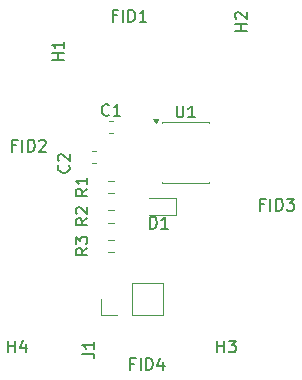
<source format=gbr>
%TF.GenerationSoftware,KiCad,Pcbnew,9.0.6*%
%TF.CreationDate,2025-11-07T23:12:57+00:00*%
%TF.ProjectId,DrawSchematic,44726177-5363-4686-956d-617469632e6b,rev?*%
%TF.SameCoordinates,Original*%
%TF.FileFunction,Legend,Top*%
%TF.FilePolarity,Positive*%
%FSLAX46Y46*%
G04 Gerber Fmt 4.6, Leading zero omitted, Abs format (unit mm)*
G04 Created by KiCad (PCBNEW 9.0.6) date 2025-11-07 23:12:57*
%MOMM*%
%LPD*%
G01*
G04 APERTURE LIST*
%ADD10C,0.150000*%
%ADD11C,0.120000*%
G04 APERTURE END LIST*
D10*
X153954819Y-81761904D02*
X152954819Y-81761904D01*
X153431009Y-81761904D02*
X153431009Y-81190476D01*
X153954819Y-81190476D02*
X152954819Y-81190476D01*
X153050057Y-80761904D02*
X153002438Y-80714285D01*
X153002438Y-80714285D02*
X152954819Y-80619047D01*
X152954819Y-80619047D02*
X152954819Y-80380952D01*
X152954819Y-80380952D02*
X153002438Y-80285714D01*
X153002438Y-80285714D02*
X153050057Y-80238095D01*
X153050057Y-80238095D02*
X153145295Y-80190476D01*
X153145295Y-80190476D02*
X153240533Y-80190476D01*
X153240533Y-80190476D02*
X153383390Y-80238095D01*
X153383390Y-80238095D02*
X153954819Y-80809523D01*
X153954819Y-80809523D02*
X153954819Y-80190476D01*
X151460595Y-109004819D02*
X151460595Y-108004819D01*
X151460595Y-108481009D02*
X152032023Y-108481009D01*
X152032023Y-109004819D02*
X152032023Y-108004819D01*
X152412976Y-108004819D02*
X153032023Y-108004819D01*
X153032023Y-108004819D02*
X152698690Y-108385771D01*
X152698690Y-108385771D02*
X152841547Y-108385771D01*
X152841547Y-108385771D02*
X152936785Y-108433390D01*
X152936785Y-108433390D02*
X152984404Y-108481009D01*
X152984404Y-108481009D02*
X153032023Y-108576247D01*
X153032023Y-108576247D02*
X153032023Y-108814342D01*
X153032023Y-108814342D02*
X152984404Y-108909580D01*
X152984404Y-108909580D02*
X152936785Y-108957200D01*
X152936785Y-108957200D02*
X152841547Y-109004819D01*
X152841547Y-109004819D02*
X152555833Y-109004819D01*
X152555833Y-109004819D02*
X152460595Y-108957200D01*
X152460595Y-108957200D02*
X152412976Y-108909580D01*
X133738095Y-109004819D02*
X133738095Y-108004819D01*
X133738095Y-108481009D02*
X134309523Y-108481009D01*
X134309523Y-109004819D02*
X134309523Y-108004819D01*
X135214285Y-108338152D02*
X135214285Y-109004819D01*
X134976190Y-107957200D02*
X134738095Y-108671485D01*
X134738095Y-108671485D02*
X135357142Y-108671485D01*
X155428571Y-96481009D02*
X155095238Y-96481009D01*
X155095238Y-97004819D02*
X155095238Y-96004819D01*
X155095238Y-96004819D02*
X155571428Y-96004819D01*
X155952381Y-97004819D02*
X155952381Y-96004819D01*
X156428571Y-97004819D02*
X156428571Y-96004819D01*
X156428571Y-96004819D02*
X156666666Y-96004819D01*
X156666666Y-96004819D02*
X156809523Y-96052438D01*
X156809523Y-96052438D02*
X156904761Y-96147676D01*
X156904761Y-96147676D02*
X156952380Y-96242914D01*
X156952380Y-96242914D02*
X156999999Y-96433390D01*
X156999999Y-96433390D02*
X156999999Y-96576247D01*
X156999999Y-96576247D02*
X156952380Y-96766723D01*
X156952380Y-96766723D02*
X156904761Y-96861961D01*
X156904761Y-96861961D02*
X156809523Y-96957200D01*
X156809523Y-96957200D02*
X156666666Y-97004819D01*
X156666666Y-97004819D02*
X156428571Y-97004819D01*
X157333333Y-96004819D02*
X157952380Y-96004819D01*
X157952380Y-96004819D02*
X157619047Y-96385771D01*
X157619047Y-96385771D02*
X157761904Y-96385771D01*
X157761904Y-96385771D02*
X157857142Y-96433390D01*
X157857142Y-96433390D02*
X157904761Y-96481009D01*
X157904761Y-96481009D02*
X157952380Y-96576247D01*
X157952380Y-96576247D02*
X157952380Y-96814342D01*
X157952380Y-96814342D02*
X157904761Y-96909580D01*
X157904761Y-96909580D02*
X157857142Y-96957200D01*
X157857142Y-96957200D02*
X157761904Y-97004819D01*
X157761904Y-97004819D02*
X157476190Y-97004819D01*
X157476190Y-97004819D02*
X157380952Y-96957200D01*
X157380952Y-96957200D02*
X157333333Y-96909580D01*
X140034819Y-109110833D02*
X140749104Y-109110833D01*
X140749104Y-109110833D02*
X140891961Y-109158452D01*
X140891961Y-109158452D02*
X140987200Y-109253690D01*
X140987200Y-109253690D02*
X141034819Y-109396547D01*
X141034819Y-109396547D02*
X141034819Y-109491785D01*
X141034819Y-108110833D02*
X141034819Y-108682261D01*
X141034819Y-108396547D02*
X140034819Y-108396547D01*
X140034819Y-108396547D02*
X140177676Y-108491785D01*
X140177676Y-108491785D02*
X140272914Y-108587023D01*
X140272914Y-108587023D02*
X140320533Y-108682261D01*
X138859580Y-93166666D02*
X138907200Y-93214285D01*
X138907200Y-93214285D02*
X138954819Y-93357142D01*
X138954819Y-93357142D02*
X138954819Y-93452380D01*
X138954819Y-93452380D02*
X138907200Y-93595237D01*
X138907200Y-93595237D02*
X138811961Y-93690475D01*
X138811961Y-93690475D02*
X138716723Y-93738094D01*
X138716723Y-93738094D02*
X138526247Y-93785713D01*
X138526247Y-93785713D02*
X138383390Y-93785713D01*
X138383390Y-93785713D02*
X138192914Y-93738094D01*
X138192914Y-93738094D02*
X138097676Y-93690475D01*
X138097676Y-93690475D02*
X138002438Y-93595237D01*
X138002438Y-93595237D02*
X137954819Y-93452380D01*
X137954819Y-93452380D02*
X137954819Y-93357142D01*
X137954819Y-93357142D02*
X138002438Y-93214285D01*
X138002438Y-93214285D02*
X138050057Y-93166666D01*
X138050057Y-92785713D02*
X138002438Y-92738094D01*
X138002438Y-92738094D02*
X137954819Y-92642856D01*
X137954819Y-92642856D02*
X137954819Y-92404761D01*
X137954819Y-92404761D02*
X138002438Y-92309523D01*
X138002438Y-92309523D02*
X138050057Y-92261904D01*
X138050057Y-92261904D02*
X138145295Y-92214285D01*
X138145295Y-92214285D02*
X138240533Y-92214285D01*
X138240533Y-92214285D02*
X138383390Y-92261904D01*
X138383390Y-92261904D02*
X138954819Y-92833332D01*
X138954819Y-92833332D02*
X138954819Y-92214285D01*
X144428571Y-109981009D02*
X144095238Y-109981009D01*
X144095238Y-110504819D02*
X144095238Y-109504819D01*
X144095238Y-109504819D02*
X144571428Y-109504819D01*
X144952381Y-110504819D02*
X144952381Y-109504819D01*
X145428571Y-110504819D02*
X145428571Y-109504819D01*
X145428571Y-109504819D02*
X145666666Y-109504819D01*
X145666666Y-109504819D02*
X145809523Y-109552438D01*
X145809523Y-109552438D02*
X145904761Y-109647676D01*
X145904761Y-109647676D02*
X145952380Y-109742914D01*
X145952380Y-109742914D02*
X145999999Y-109933390D01*
X145999999Y-109933390D02*
X145999999Y-110076247D01*
X145999999Y-110076247D02*
X145952380Y-110266723D01*
X145952380Y-110266723D02*
X145904761Y-110361961D01*
X145904761Y-110361961D02*
X145809523Y-110457200D01*
X145809523Y-110457200D02*
X145666666Y-110504819D01*
X145666666Y-110504819D02*
X145428571Y-110504819D01*
X146857142Y-109838152D02*
X146857142Y-110504819D01*
X146619047Y-109457200D02*
X146380952Y-110171485D01*
X146380952Y-110171485D02*
X146999999Y-110171485D01*
X142283333Y-88889580D02*
X142235714Y-88937200D01*
X142235714Y-88937200D02*
X142092857Y-88984819D01*
X142092857Y-88984819D02*
X141997619Y-88984819D01*
X141997619Y-88984819D02*
X141854762Y-88937200D01*
X141854762Y-88937200D02*
X141759524Y-88841961D01*
X141759524Y-88841961D02*
X141711905Y-88746723D01*
X141711905Y-88746723D02*
X141664286Y-88556247D01*
X141664286Y-88556247D02*
X141664286Y-88413390D01*
X141664286Y-88413390D02*
X141711905Y-88222914D01*
X141711905Y-88222914D02*
X141759524Y-88127676D01*
X141759524Y-88127676D02*
X141854762Y-88032438D01*
X141854762Y-88032438D02*
X141997619Y-87984819D01*
X141997619Y-87984819D02*
X142092857Y-87984819D01*
X142092857Y-87984819D02*
X142235714Y-88032438D01*
X142235714Y-88032438D02*
X142283333Y-88080057D01*
X143235714Y-88984819D02*
X142664286Y-88984819D01*
X142950000Y-88984819D02*
X142950000Y-87984819D01*
X142950000Y-87984819D02*
X142854762Y-88127676D01*
X142854762Y-88127676D02*
X142759524Y-88222914D01*
X142759524Y-88222914D02*
X142664286Y-88270533D01*
X142928571Y-80481009D02*
X142595238Y-80481009D01*
X142595238Y-81004819D02*
X142595238Y-80004819D01*
X142595238Y-80004819D02*
X143071428Y-80004819D01*
X143452381Y-81004819D02*
X143452381Y-80004819D01*
X143928571Y-81004819D02*
X143928571Y-80004819D01*
X143928571Y-80004819D02*
X144166666Y-80004819D01*
X144166666Y-80004819D02*
X144309523Y-80052438D01*
X144309523Y-80052438D02*
X144404761Y-80147676D01*
X144404761Y-80147676D02*
X144452380Y-80242914D01*
X144452380Y-80242914D02*
X144499999Y-80433390D01*
X144499999Y-80433390D02*
X144499999Y-80576247D01*
X144499999Y-80576247D02*
X144452380Y-80766723D01*
X144452380Y-80766723D02*
X144404761Y-80861961D01*
X144404761Y-80861961D02*
X144309523Y-80957200D01*
X144309523Y-80957200D02*
X144166666Y-81004819D01*
X144166666Y-81004819D02*
X143928571Y-81004819D01*
X145452380Y-81004819D02*
X144880952Y-81004819D01*
X145166666Y-81004819D02*
X145166666Y-80004819D01*
X145166666Y-80004819D02*
X145071428Y-80147676D01*
X145071428Y-80147676D02*
X144976190Y-80242914D01*
X144976190Y-80242914D02*
X144880952Y-80290533D01*
X145761905Y-98524819D02*
X145761905Y-97524819D01*
X145761905Y-97524819D02*
X146000000Y-97524819D01*
X146000000Y-97524819D02*
X146142857Y-97572438D01*
X146142857Y-97572438D02*
X146238095Y-97667676D01*
X146238095Y-97667676D02*
X146285714Y-97762914D01*
X146285714Y-97762914D02*
X146333333Y-97953390D01*
X146333333Y-97953390D02*
X146333333Y-98096247D01*
X146333333Y-98096247D02*
X146285714Y-98286723D01*
X146285714Y-98286723D02*
X146238095Y-98381961D01*
X146238095Y-98381961D02*
X146142857Y-98477200D01*
X146142857Y-98477200D02*
X146000000Y-98524819D01*
X146000000Y-98524819D02*
X145761905Y-98524819D01*
X147285714Y-98524819D02*
X146714286Y-98524819D01*
X147000000Y-98524819D02*
X147000000Y-97524819D01*
X147000000Y-97524819D02*
X146904762Y-97667676D01*
X146904762Y-97667676D02*
X146809524Y-97762914D01*
X146809524Y-97762914D02*
X146714286Y-97810533D01*
X147998095Y-88119819D02*
X147998095Y-88929342D01*
X147998095Y-88929342D02*
X148045714Y-89024580D01*
X148045714Y-89024580D02*
X148093333Y-89072200D01*
X148093333Y-89072200D02*
X148188571Y-89119819D01*
X148188571Y-89119819D02*
X148379047Y-89119819D01*
X148379047Y-89119819D02*
X148474285Y-89072200D01*
X148474285Y-89072200D02*
X148521904Y-89024580D01*
X148521904Y-89024580D02*
X148569523Y-88929342D01*
X148569523Y-88929342D02*
X148569523Y-88119819D01*
X149569523Y-89119819D02*
X148998095Y-89119819D01*
X149283809Y-89119819D02*
X149283809Y-88119819D01*
X149283809Y-88119819D02*
X149188571Y-88262676D01*
X149188571Y-88262676D02*
X149093333Y-88357914D01*
X149093333Y-88357914D02*
X148998095Y-88405533D01*
X140454819Y-95166666D02*
X139978628Y-95499999D01*
X140454819Y-95738094D02*
X139454819Y-95738094D01*
X139454819Y-95738094D02*
X139454819Y-95357142D01*
X139454819Y-95357142D02*
X139502438Y-95261904D01*
X139502438Y-95261904D02*
X139550057Y-95214285D01*
X139550057Y-95214285D02*
X139645295Y-95166666D01*
X139645295Y-95166666D02*
X139788152Y-95166666D01*
X139788152Y-95166666D02*
X139883390Y-95214285D01*
X139883390Y-95214285D02*
X139931009Y-95261904D01*
X139931009Y-95261904D02*
X139978628Y-95357142D01*
X139978628Y-95357142D02*
X139978628Y-95738094D01*
X140454819Y-94214285D02*
X140454819Y-94785713D01*
X140454819Y-94499999D02*
X139454819Y-94499999D01*
X139454819Y-94499999D02*
X139597676Y-94595237D01*
X139597676Y-94595237D02*
X139692914Y-94690475D01*
X139692914Y-94690475D02*
X139740533Y-94785713D01*
X134428571Y-91481009D02*
X134095238Y-91481009D01*
X134095238Y-92004819D02*
X134095238Y-91004819D01*
X134095238Y-91004819D02*
X134571428Y-91004819D01*
X134952381Y-92004819D02*
X134952381Y-91004819D01*
X135428571Y-92004819D02*
X135428571Y-91004819D01*
X135428571Y-91004819D02*
X135666666Y-91004819D01*
X135666666Y-91004819D02*
X135809523Y-91052438D01*
X135809523Y-91052438D02*
X135904761Y-91147676D01*
X135904761Y-91147676D02*
X135952380Y-91242914D01*
X135952380Y-91242914D02*
X135999999Y-91433390D01*
X135999999Y-91433390D02*
X135999999Y-91576247D01*
X135999999Y-91576247D02*
X135952380Y-91766723D01*
X135952380Y-91766723D02*
X135904761Y-91861961D01*
X135904761Y-91861961D02*
X135809523Y-91957200D01*
X135809523Y-91957200D02*
X135666666Y-92004819D01*
X135666666Y-92004819D02*
X135428571Y-92004819D01*
X136380952Y-91100057D02*
X136428571Y-91052438D01*
X136428571Y-91052438D02*
X136523809Y-91004819D01*
X136523809Y-91004819D02*
X136761904Y-91004819D01*
X136761904Y-91004819D02*
X136857142Y-91052438D01*
X136857142Y-91052438D02*
X136904761Y-91100057D01*
X136904761Y-91100057D02*
X136952380Y-91195295D01*
X136952380Y-91195295D02*
X136952380Y-91290533D01*
X136952380Y-91290533D02*
X136904761Y-91433390D01*
X136904761Y-91433390D02*
X136333333Y-92004819D01*
X136333333Y-92004819D02*
X136952380Y-92004819D01*
X138454819Y-84261904D02*
X137454819Y-84261904D01*
X137931009Y-84261904D02*
X137931009Y-83690476D01*
X138454819Y-83690476D02*
X137454819Y-83690476D01*
X138454819Y-82690476D02*
X138454819Y-83261904D01*
X138454819Y-82976190D02*
X137454819Y-82976190D01*
X137454819Y-82976190D02*
X137597676Y-83071428D01*
X137597676Y-83071428D02*
X137692914Y-83166666D01*
X137692914Y-83166666D02*
X137740533Y-83261904D01*
X140454819Y-97666666D02*
X139978628Y-97999999D01*
X140454819Y-98238094D02*
X139454819Y-98238094D01*
X139454819Y-98238094D02*
X139454819Y-97857142D01*
X139454819Y-97857142D02*
X139502438Y-97761904D01*
X139502438Y-97761904D02*
X139550057Y-97714285D01*
X139550057Y-97714285D02*
X139645295Y-97666666D01*
X139645295Y-97666666D02*
X139788152Y-97666666D01*
X139788152Y-97666666D02*
X139883390Y-97714285D01*
X139883390Y-97714285D02*
X139931009Y-97761904D01*
X139931009Y-97761904D02*
X139978628Y-97857142D01*
X139978628Y-97857142D02*
X139978628Y-98238094D01*
X139550057Y-97285713D02*
X139502438Y-97238094D01*
X139502438Y-97238094D02*
X139454819Y-97142856D01*
X139454819Y-97142856D02*
X139454819Y-96904761D01*
X139454819Y-96904761D02*
X139502438Y-96809523D01*
X139502438Y-96809523D02*
X139550057Y-96761904D01*
X139550057Y-96761904D02*
X139645295Y-96714285D01*
X139645295Y-96714285D02*
X139740533Y-96714285D01*
X139740533Y-96714285D02*
X139883390Y-96761904D01*
X139883390Y-96761904D02*
X140454819Y-97333332D01*
X140454819Y-97333332D02*
X140454819Y-96714285D01*
X140454819Y-100166666D02*
X139978628Y-100499999D01*
X140454819Y-100738094D02*
X139454819Y-100738094D01*
X139454819Y-100738094D02*
X139454819Y-100357142D01*
X139454819Y-100357142D02*
X139502438Y-100261904D01*
X139502438Y-100261904D02*
X139550057Y-100214285D01*
X139550057Y-100214285D02*
X139645295Y-100166666D01*
X139645295Y-100166666D02*
X139788152Y-100166666D01*
X139788152Y-100166666D02*
X139883390Y-100214285D01*
X139883390Y-100214285D02*
X139931009Y-100261904D01*
X139931009Y-100261904D02*
X139978628Y-100357142D01*
X139978628Y-100357142D02*
X139978628Y-100738094D01*
X139454819Y-99833332D02*
X139454819Y-99214285D01*
X139454819Y-99214285D02*
X139835771Y-99547618D01*
X139835771Y-99547618D02*
X139835771Y-99404761D01*
X139835771Y-99404761D02*
X139883390Y-99309523D01*
X139883390Y-99309523D02*
X139931009Y-99261904D01*
X139931009Y-99261904D02*
X140026247Y-99214285D01*
X140026247Y-99214285D02*
X140264342Y-99214285D01*
X140264342Y-99214285D02*
X140359580Y-99261904D01*
X140359580Y-99261904D02*
X140407200Y-99309523D01*
X140407200Y-99309523D02*
X140454819Y-99404761D01*
X140454819Y-99404761D02*
X140454819Y-99690475D01*
X140454819Y-99690475D02*
X140407200Y-99785713D01*
X140407200Y-99785713D02*
X140359580Y-99833332D01*
D11*
%TO.C,J1*%
X141580000Y-105880000D02*
X141580000Y-104500000D01*
X142960000Y-105880000D02*
X141580000Y-105880000D01*
X144230000Y-105880000D02*
X146880000Y-105880000D01*
X144230000Y-105880000D02*
X144230000Y-103120000D01*
X146880000Y-105880000D02*
X146880000Y-103120000D01*
X144230000Y-103120000D02*
X146880000Y-103120000D01*
%TO.C,C2*%
X141140580Y-93010000D02*
X140859420Y-93010000D01*
X141140580Y-91990000D02*
X140859420Y-91990000D01*
%TO.C,C1*%
X142309420Y-89450000D02*
X142590580Y-89450000D01*
X142309420Y-90470000D02*
X142590580Y-90470000D01*
%TO.C,D1*%
X147985000Y-97375000D02*
X147985000Y-95905000D01*
X147985000Y-95905000D02*
X145700000Y-95905000D01*
X145700000Y-97375000D02*
X147985000Y-97375000D01*
%TO.C,U1*%
X146770000Y-89505000D02*
X150750000Y-89505000D01*
X146770000Y-89605000D02*
X146770000Y-89505000D01*
X146770000Y-94685000D02*
X146770000Y-94585000D01*
X150750000Y-89505000D02*
X150750000Y-89605000D01*
X150750000Y-94585000D02*
X150750000Y-94685000D01*
X150750000Y-94685000D02*
X146770000Y-94685000D01*
X146220000Y-89595000D02*
X145980000Y-89265000D01*
X146460000Y-89265000D01*
X146220000Y-89595000D01*
G36*
X146220000Y-89595000D02*
G01*
X145980000Y-89265000D01*
X146460000Y-89265000D01*
X146220000Y-89595000D01*
G37*
%TO.C,R1*%
X142212742Y-94457500D02*
X142687258Y-94457500D01*
X142212742Y-95502500D02*
X142687258Y-95502500D01*
%TO.C,R2*%
X142212742Y-96967500D02*
X142687258Y-96967500D01*
X142212742Y-98012500D02*
X142687258Y-98012500D01*
%TO.C,R3*%
X142212742Y-99477500D02*
X142687258Y-99477500D01*
X142212742Y-100522500D02*
X142687258Y-100522500D01*
%TD*%
M02*

</source>
